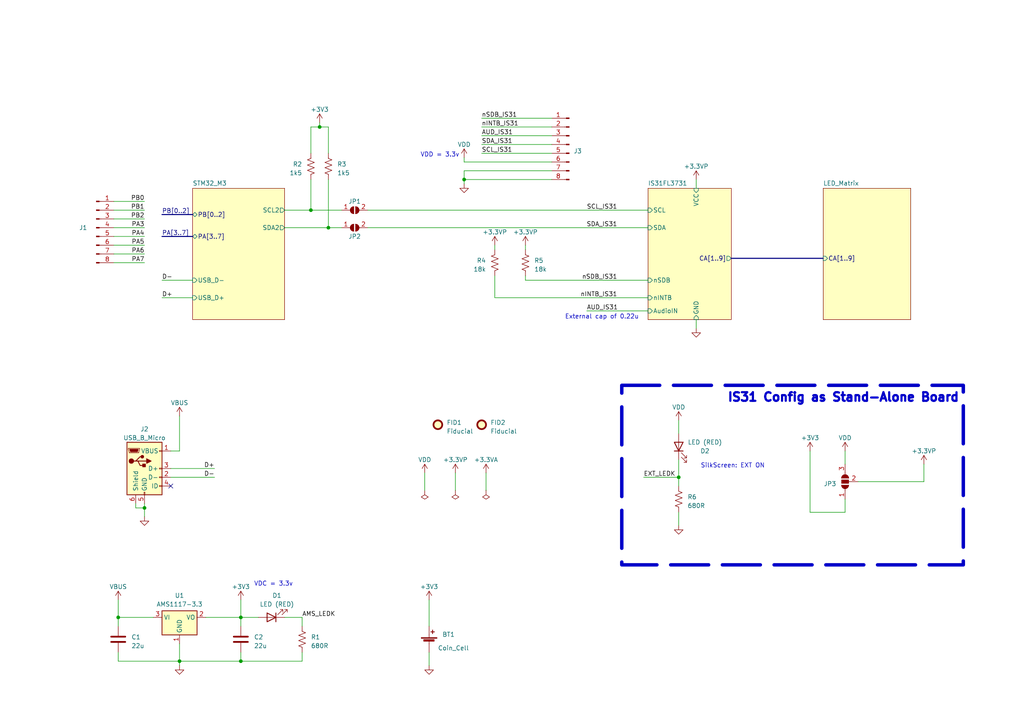
<source format=kicad_sch>
(kicad_sch (version 20230121) (generator eeschema)
  (paper "A4")
  (lib_symbols
    (symbol "+3.3VA_1" (power) (pin_names (offset 0))
      (property "Value" "+3.3VA_1" (at 0 3.556 0))
      (symbol "+3.3VA_1_0_1"
        (polyline (pts (xy -0.762 1.27) (xy 0 2.54)))
        (polyline (pts (xy 0 0) (xy 0 2.54)))
        (polyline (pts (xy 0 2.54) (xy 0.762 1.27)))
      )
      (symbol "+3.3VA_1_1_1"
        (pin power_in line (at 0 0 90) (length 0) hide (name "+3.3VA") (number "1"))
      )
    )
    (symbol "Connector:Conn_01x08_Pin" (pin_names (offset 1.016) hide)
      (property "Reference" "J" (at 0 10.16 0))
      (property "Value" "Conn_01x08_Pin" (at 0 -12.7 0))
      (symbol "Conn_01x08_Pin_1_1"
        (polyline (pts (xy 1.27 -10.16) (xy 0.8636 -10.16)) (stroke (width 0.1524)))
        (polyline (pts (xy 1.27 -7.62) (xy 0.8636 -7.62)) (stroke (width 0.1524)))
        (polyline (pts (xy 1.27 -5.08) (xy 0.8636 -5.08)) (stroke (width 0.1524)))
        (polyline (pts (xy 1.27 -2.54) (xy 0.8636 -2.54)) (stroke (width 0.1524)))
        (polyline (pts (xy 1.27 0) (xy 0.8636 0)) (stroke (width 0.1524)))
        (polyline (pts (xy 1.27 2.54) (xy 0.8636 2.54)) (stroke (width 0.1524)))
        (polyline (pts (xy 1.27 5.08) (xy 0.8636 5.08)) (stroke (width 0.1524)))
        (polyline (pts (xy 1.27 7.62) (xy 0.8636 7.62)) (stroke (width 0.1524)))
        (rectangle (start 0.8636 -10.033) (end 0 -10.287) (stroke (width 0.1524)) (fill (type outline)))
        (rectangle (start 0.8636 -7.493) (end 0 -7.747) (stroke (width 0.1524)) (fill (type outline)))
        (rectangle (start 0.8636 -4.953) (end 0 -5.207) (stroke (width 0.1524)) (fill (type outline)))
        (rectangle (start 0.8636 -2.413) (end 0 -2.667) (stroke (width 0.1524)) (fill (type outline)))
        (rectangle (start 0.8636 0.127) (end 0 -0.127) (stroke (width 0.1524)) (fill (type outline)))
        (rectangle (start 0.8636 2.667) (end 0 2.413) (stroke (width 0.1524)) (fill (type outline)))
        (rectangle (start 0.8636 5.207) (end 0 4.953) (stroke (width 0.1524)) (fill (type outline)))
        (rectangle (start 0.8636 7.747) (end 0 7.493) (stroke (width 0.1524)) (fill (type outline)))
        (pin passive line (at 5.08 7.62 180) (length 3.81) (name "Pin_1") (number "1"))
        (pin passive line (at 5.08 5.08 180) (length 3.81) (name "Pin_2") (number "2"))
        (pin passive line (at 5.08 2.54 180) (length 3.81) (name "Pin_3") (number "3"))
        (pin passive line (at 5.08 0 180) (length 3.81) (name "Pin_4") (number "4"))
        (pin passive line (at 5.08 -2.54 180) (length 3.81) (name "Pin_5") (number "5"))
        (pin passive line (at 5.08 -5.08 180) (length 3.81) (name "Pin_6") (number "6"))
        (pin passive line (at 5.08 -7.62 180) (length 3.81) (name "Pin_7") (number "7"))
        (pin passive line (at 5.08 -10.16 180) (length 3.81) (name "Pin_8") (number "8"))
      )
    )
    (symbol "Connector:USB_B_Micro" (pin_names (offset 1.016))
      (property "Reference" "J" (at -5.08 11.43 0))
      (property "Value" "USB_B_Micro" (at -5.08 8.89 0))
      (symbol "USB_B_Micro_0_1"
        (rectangle (start -5.08 -7.62) (end 5.08 7.62) (stroke (width 0.254)) (fill (type background)))
        (circle (center -3.81 2.159) (radius 0.635) (stroke (width 0.254)) (fill (type outline)))
        (circle (center -0.635 3.429) (radius 0.381) (stroke (width 0.254)) (fill (type outline)))
        (rectangle (start -0.127 -7.62) (end 0.127 -6.858))
        (polyline (pts (xy -1.905 2.159) (xy 0.635 2.159)) (stroke (width 0.254)))
        (polyline (pts (xy -3.175 2.159) (xy -2.54 2.159) (xy -1.27 3.429) (xy -0.635 3.429)) (stroke (width 0.254)))
        (polyline (pts (xy -2.54 2.159) (xy -1.905 2.159) (xy -1.27 0.889) (xy 0 0.889)) (stroke (width 0.254)))
        (polyline (pts (xy 0.635 2.794) (xy 0.635 1.524) (xy 1.905 2.159) (xy 0.635 2.794)) (stroke (width 0.254)) (fill (type outline)))
        (polyline (pts (xy -4.318 5.588) (xy -1.778 5.588) (xy -2.032 4.826) (xy -4.064 4.826) (xy -4.318 5.588)) (fill (type outline)))
        (polyline (pts (xy -4.699 5.842) (xy -4.699 5.588) (xy -4.445 4.826) (xy -4.445 4.572) (xy -1.651 4.572) (xy -1.651 4.826) (xy -1.397 5.588) (xy -1.397 5.842) (xy -4.699 5.842)))
        (rectangle (start 0.254 1.27) (end -0.508 0.508) (stroke (width 0.254)) (fill (type outline)))
        (rectangle (start 5.08 -5.207) (end 4.318 -4.953))
        (rectangle (start 5.08 -2.667) (end 4.318 -2.413))
        (rectangle (start 5.08 -0.127) (end 4.318 0.127))
        (rectangle (start 5.08 4.953) (end 4.318 5.207))
      )
      (symbol "USB_B_Micro_1_1"
        (pin power_out line (at 7.62 5.08 180) (length 2.54) (name "VBUS") (number "1"))
        (pin bidirectional line (at 7.62 -2.54 180) (length 2.54) (name "D-") (number "2"))
        (pin bidirectional line (at 7.62 0 180) (length 2.54) (name "D+") (number "3"))
        (pin passive line (at 7.62 -5.08 180) (length 2.54) (name "ID") (number "4"))
        (pin power_out line (at 0 -10.16 90) (length 2.54) (name "GND") (number "5"))
        (pin passive line (at -2.54 -10.16 90) (length 2.54) (name "Shield") (number "6"))
      )
    )
    (symbol "Device:Battery_Cell" (pin_numbers hide) (pin_names (offset 0) hide)
      (property "Reference" "BT" (at 2.54 2.54 0))
      (property "Value" "Battery_Cell" (at 2.54 0 0))
      (symbol "Battery_Cell_0_1"
        (rectangle (start -2.286 1.778) (end 2.286 1.524) (fill (type outline)))
        (rectangle (start -1.5748 1.1938) (end 1.4732 0.6858) (fill (type outline)))
        (polyline (pts (xy 0 0.762) (xy 0 0)))
        (polyline (pts (xy 0 1.778) (xy 0 2.54)))
        (polyline (pts (xy 0.508 3.429) (xy 1.524 3.429)) (stroke (width 0.254)))
        (polyline (pts (xy 1.016 3.937) (xy 1.016 2.921)) (stroke (width 0.254)))
      )
      (symbol "Battery_Cell_1_1"
        (pin passive line (at 0 5.08 270) (length 2.54) (name "+") (number "1"))
        (pin passive line (at 0 -2.54 90) (length 2.54) (name "-") (number "2"))
      )
    )
    (symbol "Device:C" (pin_numbers hide) (pin_names (offset 0.254))
      (property "Reference" "C" (at 0.635 2.54 0))
      (property "Value" "C" (at 0.635 -2.54 0))
      (symbol "C_0_1"
        (polyline (pts (xy -2.032 -0.762) (xy 2.032 -0.762)) (stroke (width 0.508)))
        (polyline (pts (xy -2.032 0.762) (xy 2.032 0.762)) (stroke (width 0.508)))
      )
      (symbol "C_1_1"
        (pin passive line (at 0 3.81 270) (length 2.794) (name "~") (number "1"))
        (pin passive line (at 0 -3.81 90) (length 2.794) (name "~") (number "2"))
      )
    )
    (symbol "Device:LED" (pin_numbers hide) (pin_names (offset 1.016) hide)
      (property "Reference" "D" (at 0 2.54 0))
      (property "Value" "LED" (at 0 -2.54 0))
      (symbol "LED_0_1"
        (polyline (pts (xy -1.27 -1.27) (xy -1.27 1.27)) (stroke (width 0.254)))
        (polyline (pts (xy -1.27 0) (xy 1.27 0)))
        (polyline (pts (xy 1.27 -1.27) (xy 1.27 1.27) (xy -1.27 0) (xy 1.27 -1.27)) (stroke (width 0.254)))
        (polyline (pts (xy -3.048 -0.762) (xy -4.572 -2.286) (xy -3.81 -2.286) (xy -4.572 -2.286) (xy -4.572 -1.524)))
        (polyline (pts (xy -1.778 -0.762) (xy -3.302 -2.286) (xy -2.54 -2.286) (xy -3.302 -2.286) (xy -3.302 -1.524)))
      )
      (symbol "LED_1_1"
        (pin passive line (at -3.81 0 0) (length 2.54) (name "K") (number "1"))
        (pin passive line (at 3.81 0 180) (length 2.54) (name "A") (number "2"))
      )
    )
    (symbol "Device:R_US" (pin_numbers hide) (pin_names (offset 0))
      (property "Reference" "R" (at 2.54 0 90))
      (property "Value" "R_US" (at -2.54 0 90))
      (symbol "R_US_0_1"
        (polyline (pts (xy 0 -2.286) (xy 0 -2.54)))
        (polyline (pts (xy 0 2.286) (xy 0 2.54)))
        (polyline (pts (xy 0 -0.762) (xy 1.016 -1.143) (xy 0 -1.524) (xy -1.016 -1.905) (xy 0 -2.286)))
        (polyline (pts (xy 0 0.762) (xy 1.016 0.381) (xy 0 0) (xy -1.016 -0.381) (xy 0 -0.762)))
        (polyline (pts (xy 0 2.286) (xy 1.016 1.905) (xy 0 1.524) (xy -1.016 1.143) (xy 0 0.762)))
      )
      (symbol "R_US_1_1"
        (pin passive line (at 0 3.81 270) (length 1.27) (name "~") (number "1"))
        (pin passive line (at 0 -3.81 90) (length 1.27) (name "~") (number "2"))
      )
    )
    (symbol "Jumper:SolderJumper_2_Open" (pin_names (offset 0) hide)
      (property "Reference" "JP" (at 0 2.032 0))
      (property "Value" "SolderJumper_2_Open" (at 0 -2.54 0))
      (symbol "SolderJumper_2_Open_0_1"
        (arc (start -0.254 1.016) (mid -1.2656 0) (end -0.254 -1.016))
        (arc (start -0.254 1.016) (mid -1.2656 0) (end -0.254 -1.016) (fill (type outline)))
        (polyline (pts (xy -0.254 1.016) (xy -0.254 -1.016)))
        (polyline (pts (xy 0.254 1.016) (xy 0.254 -1.016)))
        (arc (start 0.254 -1.016) (mid 1.2656 0) (end 0.254 1.016))
        (arc (start 0.254 -1.016) (mid 1.2656 0) (end 0.254 1.016) (fill (type outline)))
      )
      (symbol "SolderJumper_2_Open_1_1"
        (pin passive line (at -3.81 0 0) (length 2.54) (name "A") (number "1"))
        (pin passive line (at 3.81 0 180) (length 2.54) (name "B") (number "2"))
      )
    )
    (symbol "Jumper:SolderJumper_3_Open" (pin_names (offset 0) hide)
      (property "Reference" "JP" (at -2.54 -2.54 0))
      (property "Value" "SolderJumper_3_Open" (at 0 2.794 0))
      (symbol "SolderJumper_3_Open_0_1"
        (arc (start -1.016 1.016) (mid -2.0276 0) (end -1.016 -1.016))
        (arc (start -1.016 1.016) (mid -2.0276 0) (end -1.016 -1.016) (fill (type outline)))
        (rectangle (start -0.508 1.016) (end 0.508 -1.016) (fill (type outline)))
        (polyline (pts (xy -2.54 0) (xy -2.032 0)))
        (polyline (pts (xy -1.016 1.016) (xy -1.016 -1.016)))
        (polyline (pts (xy 0 -1.27) (xy 0 -1.016)))
        (polyline (pts (xy 1.016 1.016) (xy 1.016 -1.016)))
        (polyline (pts (xy 2.54 0) (xy 2.032 0)))
        (arc (start 1.016 -1.016) (mid 2.0276 0) (end 1.016 1.016))
        (arc (start 1.016 -1.016) (mid 2.0276 0) (end 1.016 1.016) (fill (type outline)))
      )
      (symbol "SolderJumper_3_Open_1_1"
        (pin passive line (at -5.08 0 0) (length 2.54) (name "A") (number "1"))
        (pin passive line (at 0 -3.81 90) (length 2.54) (name "C") (number "2"))
        (pin passive line (at 5.08 0 180) (length 2.54) (name "B") (number "3"))
      )
    )
    (symbol "Mechanical:Fiducial"
      (property "Reference" "FID" (at 0 5.08 0))
      (property "Value" "Fiducial" (at 0 3.175 0))
      (symbol "Fiducial_0_1"
        (circle (center 0 0) (radius 1.27) (stroke (width 0.508)) (fill (type background)))
      )
    )
    (symbol "Regulator_Linear:AMS1117-3.3"
      (property "Reference" "U" (at -3.81 3.175 0))
      (property "Value" "AMS1117-3.3" (at 0 3.175 0))
      (symbol "AMS1117-3.3_0_1"
        (rectangle (start -5.08 -5.08) (end 5.08 1.905) (stroke (width 0.254)) (fill (type background)))
      )
      (symbol "AMS1117-3.3_1_1"
        (pin power_in line (at 0 -7.62 90) (length 2.54) (name "GND") (number "1"))
        (pin power_out line (at 7.62 0 180) (length 2.54) (name "VO") (number "2"))
        (pin power_in line (at -7.62 0 0) (length 2.54) (name "VI") (number "3"))
      )
    )
    (symbol "power:+3.3VP" (power) (pin_names (offset 0))
      (property "Value" "+3.3VP" (at 0 2.54 0))
      (symbol "+3.3VP_0_0"
        (pin power_in line (at 0 0 90) (length 0) hide (name "+3.3VP") (number "1"))
      )
      (symbol "+3.3VP_0_1"
        (polyline (pts (xy -0.762 1.27) (xy 0 2.54)))
        (polyline (pts (xy 0 0) (xy 0 2.54)))
        (polyline (pts (xy 0 2.54) (xy 0.762 1.27)))
      )
    )
    (symbol "power:+3V3" (power) (pin_names (offset 0))
      (property "Value" "+3V3" (at 0 3.556 0))
      (symbol "+3V3_0_1"
        (polyline (pts (xy -0.762 1.27) (xy 0 2.54)))
        (polyline (pts (xy 0 0) (xy 0 2.54)))
        (polyline (pts (xy 0 2.54) (xy 0.762 1.27)))
      )
      (symbol "+3V3_1_1"
        (pin power_in line (at 0 0 90) (length 0) hide (name "+3V3") (number "1"))
      )
    )
    (symbol "power:GND" (power) (pin_names (offset 0))
      (property "Value" "GND" (at 0 -3.81 0))
      (symbol "GND_0_1"
        (polyline (pts (xy 0 0) (xy 0 -1.27) (xy 1.27 -1.27) (xy 0 -2.54) (xy -1.27 -1.27) (xy 0 -1.27)))
      )
      (symbol "GND_1_1"
        (pin power_in line (at 0 0 270) (length 0) hide (name "GND") (number "1"))
      )
    )
    (symbol "power:PWR_FLAG" (power) (pin_numbers hide) (pin_names (offset 0) hide)
      (property "Value" "PWR_FLAG" (at 0 3.81 0))
      (symbol "PWR_FLAG_0_0"
        (pin power_out line (at 0 0 90) (length 0) (name "pwr") (number "1"))
      )
      (symbol "PWR_FLAG_0_1"
        (polyline (pts (xy 0 0) (xy 0 1.27) (xy -1.016 1.905) (xy 0 2.54) (xy 1.016 1.905) (xy 0 1.27)))
      )
    )
    (symbol "power:VBUS" (power) (pin_names (offset 0))
      (property "Value" "VBUS" (at 0 3.81 0))
      (symbol "VBUS_0_1"
        (polyline (pts (xy -0.762 1.27) (xy 0 2.54)))
        (polyline (pts (xy 0 0) (xy 0 2.54)))
        (polyline (pts (xy 0 2.54) (xy 0.762 1.27)))
      )
      (symbol "VBUS_1_1"
        (pin power_in line (at 0 0 90) (length 0) hide (name "VBUS") (number "1"))
      )
    )
    (symbol "power:VDD" (power) (pin_names (offset 0))
      (property "Value" "VDD" (at 0 3.81 0))
      (symbol "VDD_0_1"
        (polyline (pts (xy -0.762 1.27) (xy 0 2.54)))
        (polyline (pts (xy 0 0) (xy 0 2.54)))
        (polyline (pts (xy 0 2.54) (xy 0.762 1.27)))
      )
      (symbol "VDD_1_1"
        (pin power_in line (at 0 0 90) (length 0) hide (name "VDD") (number "1"))
      )
    )
  )
  (junction (at 92.71 36.83))
  (junction (at 90.17 60.96))
  (junction (at 52.07 191.77))
  (junction (at 134.62 52.07))
  (junction (at 34.29 179.07))
  (junction (at 69.85 191.77))
  (junction (at 41.91 147.32))
  (junction (at 196.85 138.43))
  (junction (at 95.25 66.04))
  (junction (at 69.85 179.07))
  (no_connect (at 49.53 140.97))
  (wire (pts (xy 267.97 134.62) (xy 267.97 139.7)))
  (wire (pts (xy 95.25 52.07) (xy 95.25 66.04)))
  (wire (pts (xy 201.93 52.07) (xy 201.93 54.61)))
  (bus (pts (xy 46.99 68.58) (xy 55.88 68.58)))
  (wire (pts (xy 82.55 179.07) (xy 87.63 179.07)))
  (wire (pts (xy 34.29 173.99) (xy 34.29 179.07)))
  (wire (pts (xy 245.11 148.59) (xy 234.95 148.59)))
  (wire (pts (xy 143.51 71.12) (xy 143.51 72.39)))
  (wire (pts (xy 41.91 147.32) (xy 41.91 149.86)))
  (wire (pts (xy 39.37 146.05) (xy 39.37 147.32)))
  (wire (pts (xy 87.63 191.77) (xy 87.63 189.23)))
  (wire (pts (xy 134.62 49.53) (xy 134.62 52.07)))
  (wire (pts (xy 82.55 66.04) (xy 95.25 66.04)))
  (wire (pts (xy 46.99 86.36) (xy 55.88 86.36)))
  (wire (pts (xy 160.02 41.91) (xy 139.7 41.91)))
  (wire (pts (xy 124.46 173.99) (xy 124.46 181.61)))
  (wire (pts (xy 49.53 135.89) (xy 62.23 135.89)))
  (wire (pts (xy 248.92 139.7) (xy 267.97 139.7)))
  (wire (pts (xy 52.07 130.81) (xy 49.53 130.81)))
  (wire (pts (xy 160.02 34.29) (xy 139.7 34.29)))
  (bus (pts (xy 212.09 74.93) (xy 238.76 74.93)))
  (wire (pts (xy 41.91 66.04) (xy 33.02 66.04)))
  (wire (pts (xy 201.93 92.71) (xy 201.93 95.25)))
  (wire (pts (xy 69.85 173.99) (xy 69.85 179.07)))
  (wire (pts (xy 245.11 144.78) (xy 245.11 148.59)))
  (wire (pts (xy 34.29 179.07) (xy 44.45 179.07)))
  (wire (pts (xy 90.17 60.96) (xy 99.06 60.96)))
  (wire (pts (xy 41.91 73.66) (xy 33.02 73.66)))
  (wire (pts (xy 160.02 44.45) (xy 139.7 44.45)))
  (wire (pts (xy 170.18 90.17) (xy 187.96 90.17)))
  (wire (pts (xy 95.25 36.83) (xy 95.25 44.45)))
  (wire (pts (xy 196.85 133.35) (xy 196.85 138.43)))
  (wire (pts (xy 52.07 191.77) (xy 52.07 193.04)))
  (wire (pts (xy 132.08 137.16) (xy 132.08 142.24)))
  (wire (pts (xy 41.91 68.58) (xy 33.02 68.58)))
  (wire (pts (xy 134.62 46.99) (xy 160.02 46.99)))
  (bus (pts (xy 46.99 62.23) (xy 55.88 62.23)))
  (wire (pts (xy 69.85 179.07) (xy 59.69 179.07)))
  (wire (pts (xy 152.4 71.12) (xy 152.4 72.39)))
  (wire (pts (xy 41.91 71.12) (xy 33.02 71.12)))
  (wire (pts (xy 90.17 52.07) (xy 90.17 60.96)))
  (wire (pts (xy 245.11 130.81) (xy 245.11 134.62)))
  (wire (pts (xy 90.17 44.45) (xy 90.17 36.83)))
  (wire (pts (xy 124.46 189.23) (xy 124.46 193.04)))
  (wire (pts (xy 90.17 36.83) (xy 92.71 36.83)))
  (wire (pts (xy 34.29 191.77) (xy 52.07 191.77)))
  (wire (pts (xy 160.02 49.53) (xy 134.62 49.53)))
  (wire (pts (xy 69.85 191.77) (xy 69.85 189.23)))
  (wire (pts (xy 123.19 142.24) (xy 123.19 137.16)))
  (wire (pts (xy 92.71 35.56) (xy 92.71 36.83)))
  (wire (pts (xy 82.55 60.96) (xy 90.17 60.96)))
  (wire (pts (xy 52.07 191.77) (xy 69.85 191.77)))
  (wire (pts (xy 143.51 86.36) (xy 187.96 86.36)))
  (wire (pts (xy 134.62 52.07) (xy 160.02 52.07)))
  (wire (pts (xy 143.51 80.01) (xy 143.51 86.36)))
  (wire (pts (xy 87.63 179.07) (xy 87.63 181.61)))
  (wire (pts (xy 186.69 138.43) (xy 196.85 138.43)))
  (wire (pts (xy 69.85 191.77) (xy 87.63 191.77)))
  (wire (pts (xy 196.85 138.43) (xy 196.85 140.97)))
  (wire (pts (xy 49.53 138.43) (xy 62.23 138.43)))
  (wire (pts (xy 160.02 36.83) (xy 139.7 36.83)))
  (wire (pts (xy 52.07 186.69) (xy 52.07 191.77)))
  (wire (pts (xy 33.02 60.96) (xy 41.91 60.96)))
  (wire (pts (xy 106.68 66.04) (xy 187.96 66.04)))
  (wire (pts (xy 160.02 39.37) (xy 139.7 39.37)))
  (wire (pts (xy 52.07 120.65) (xy 52.07 130.81)))
  (wire (pts (xy 134.62 53.34) (xy 134.62 52.07)))
  (wire (pts (xy 152.4 80.01) (xy 152.4 81.28)))
  (wire (pts (xy 92.71 36.83) (xy 95.25 36.83)))
  (wire (pts (xy 34.29 179.07) (xy 34.29 181.61)))
  (wire (pts (xy 41.91 146.05) (xy 41.91 147.32)))
  (wire (pts (xy 46.99 81.28) (xy 55.88 81.28)))
  (wire (pts (xy 196.85 121.92) (xy 196.85 125.73)))
  (wire (pts (xy 134.62 46.99) (xy 134.62 45.72)))
  (wire (pts (xy 152.4 81.28) (xy 187.96 81.28)))
  (wire (pts (xy 196.85 152.4) (xy 196.85 148.59)))
  (wire (pts (xy 41.91 58.42) (xy 33.02 58.42)))
  (wire (pts (xy 234.95 130.81) (xy 234.95 148.59)))
  (wire (pts (xy 140.97 142.24) (xy 140.97 137.16)))
  (wire (pts (xy 69.85 179.07) (xy 69.85 181.61)))
  (wire (pts (xy 69.85 179.07) (xy 74.93 179.07)))
  (wire (pts (xy 33.02 63.5) (xy 41.91 63.5)))
  (wire (pts (xy 34.29 191.77) (xy 34.29 189.23)))
  (wire (pts (xy 95.25 66.04) (xy 99.06 66.04)))
  (wire (pts (xy 106.68 60.96) (xy 187.96 60.96)))
  (wire (pts (xy 41.91 76.2) (xy 33.02 76.2)))
  (wire (pts (xy 39.37 147.32) (xy 41.91 147.32)))
  (rectangle (start 180.34 111.76) (end 279.4 163.83) (stroke (width 1) (type dash)))
  (text "VDD = 3.3v\n" (at 121.92 45.72 0) (effects (font (size 1.27 1.27)) (justify left bottom)))
  (text "External cap of 0.22u" (at 163.83 92.71 0) (effects (font (size 1.27 1.27)) (justify left bottom)))
  (text "VDC = 3.3v\n" (at 73.66 170.18 0) (effects (font (size 1.27 1.27)) (justify left bottom)))
  (text "SilkScreen: EXT ON" (at 203.2 135.89 0) (effects (font (size 1.27 1.27)) (justify left bottom)))
  (text "IS31 Config as Stand-Alone Board\n" (at 210.82 116.84 0) (effects (font (size 2.5 2.5) (thickness 0.8) bold) (justify left bottom)))
  (label "D-" (at 46.99 81.28 0))
  (label "D+" (at 62.23 135.89 180))
  (label "SCL_IS31" (at 179.07 60.96 180))
  (label "SCL_IS31" (at 139.7 44.45 0))
  (label "nSDB_IS31" (at 139.7 34.29 0))
  (label "PB[0..2]" (at 46.99 62.23 0))
  (label "nSDB_IS31" (at 179.07 81.28 180))
  (label "PA4" (at 41.91 68.58 180))
  (label "AMS_LEDK" (at 87.63 179.07 0))
  (label "AUD_IS31" (at 170.18 90.17 0))
  (label "SDA_IS31" (at 179.07 66.04 180))
  (label "PA5" (at 41.91 71.12 180))
  (label "PB1" (at 41.91 60.96 180))
  (label "nINTB_IS31" (at 179.07 86.36 180))
  (label "PA6" (at 41.91 73.66 180))
  (label "AUD_IS31" (at 139.7 39.37 0))
  (label "PA[3..7]" (at 46.99 68.58 0))
  (label "PA7" (at 41.91 76.2 180))
  (label "SDA_IS31" (at 139.7 41.91 0))
  (label "PA3" (at 41.91 66.04 180))
  (label "PB2" (at 41.91 63.5 180))
  (label "D-" (at 62.23 138.43 180))
  (label "EXT_LEDK" (at 186.69 138.43 0))
  (label "D+" (at 46.99 86.36 0))
  (label "PB0" (at 41.91 58.42 180))
  (label "nINTB_IS31" (at 139.7 36.83 0))
  (symbol (lib_id "power:VDD") (at 245.11 130.81 0) (unit 1)
    (property "Reference" "#PWR021" (effects hide))
    (property "Value" "VDD" (at 245.11 127 0))
  )
  (symbol (lib_id "Device:C") (at 69.85 185.42 0) (unit 1)
    (property "Reference" "C2" (at 73.66 184.785 0) (effects (justify left)))
    (property "Value" "22u" (at 73.66 187.325 0) (effects (justify left)))
    (property "Footprint" "Capacitor_SMD:C_0805_2012Metric" (effects hide))
  )
  (symbol (lib_id "Jumper:SolderJumper_3_Open") (at 245.11 139.7 90) (unit 1)
    (property "Reference" "JP3" (at 242.57 140.335 90) (effects (justify left)))
    (property "Value" "SolderJumper_3_Open" (effects hide))
    (property "Footprint" "Jumper:SolderJumper-3_P2.0mm_Open_TrianglePad1.0x1.5mm_NumberLabels" (effects hide))
  )
  (symbol (lib_id "Device:R_US") (at 87.63 185.42 180) (unit 1)
    (property "Reference" "R1" (at 90.17 184.785 0) (effects (justify right)))
    (property "Value" "680R" (at 90.17 187.325 0) (effects (justify right)))
    (property "Footprint" "Resistor_SMD:R_0603_1608Metric" (effects hide))
  )
  (symbol (lib_id "power:GND") (at 134.62 53.34 0) (unit 1)
    (property "Reference" "#PWR012" (effects hide))
    (property "Value" "GND" (effects hide))
  )
  (symbol (lib_id "power:+3V3") (at 92.71 35.56 0) (unit 1)
    (property "Reference" "#PWR06" (effects hide))
    (property "Value" "+3V3" (at 92.71 31.75 0))
  )
  (symbol (lib_id "Mechanical:Fiducial") (at 127 123.19 0) (unit 1) (in_bom no)
    (property "Reference" "FID1" (at 129.54 122.555 0) (effects (justify left)))
    (property "Value" "Fiducial" (at 129.54 125.095 0) (effects (justify left)))
    (property "Footprint" "Fiducial:Fiducial_0.75mm_Mask1.5mm" (effects hide))
  )
  (symbol (lib_id "Connector:Conn_01x08_Pin") (at 165.1 41.91 0) (mirror y) (unit 1) (in_bom no)
    (property "Reference" "J3" (at 166.37 43.815 0) (effects (justify right)))
    (property "Value" "Conn_01x08_Pin" (effects hide))
    (property "Footprint" "Connector_PinHeader_2.54mm:PinHeader_1x08_P2.54mm_Vertical" (effects hide))
  )
  (symbol (lib_id "power:GND") (at 52.07 193.04 0) (unit 1)
    (property "Reference" "#PWR04" (effects hide))
    (property "Value" "GND" (effects hide))
  )
  (symbol (lib_id "power:+3.3VP") (at 152.4 71.12 0) (unit 1)
    (property "Reference" "#PWR015" (effects hide))
    (property "Value" "+3.3VP" (at 152.4 67.31 0))
  )
  (symbol (lib_id "power:GND") (at 124.46 193.04 0) (unit 1)
    (property "Reference" "#PWR09" (effects hide))
    (property "Value" "GND" (effects hide))
  )
  (symbol (lib_id "power:GND") (at 196.85 152.4 0) (unit 1)
    (property "Reference" "#PWR017" (effects hide))
    (property "Value" "GND" (effects hide))
  )
  (symbol (lib_id "Device:R_US") (at 196.85 144.78 180) (unit 1)
    (property "Reference" "R6" (at 199.39 144.145 0) (effects (justify right)))
    (property "Value" "680R" (at 199.39 146.685 0) (effects (justify right)))
    (property "Footprint" "Resistor_SMD:R_0603_1608Metric" (effects hide))
  )
  (symbol (lib_id "power:+3V3") (at 69.85 173.99 0) (unit 1)
    (property "Reference" "#PWR05" (effects hide))
    (property "Value" "+3V3" (at 69.85 170.18 0))
  )
  (symbol (lib_id "Device:LED") (at 196.85 129.54 90) (unit 1)
    (property "Reference" "D2" (at 204.47 130.81 90))
    (property "Value" "LED (RED)" (at 204.47 128.27 90))
    (property "Footprint" "LED_SMD:LED_0603_1608Metric" (effects hide))
  )
  (symbol (lib_id "power:GND") (at 201.93 95.25 0) (unit 1)
    (property "Reference" "#PWR019" (effects hide))
    (property "Value" "GND" (effects hide))
  )
  (symbol (lib_id "power:VDD") (at 134.62 45.72 0) (unit 1)
    (property "Reference" "#PWR011" (effects hide))
    (property "Value" "VDD" (at 134.62 41.91 0))
  )
  (symbol (lib_id "power:GND") (at 41.91 149.86 0) (unit 1)
    (property "Reference" "#PWR02" (effects hide))
    (property "Value" "GND" (effects hide))
  )
  (symbol (lib_name "+3.3VA_1") (lib_id "power:+3.3VA") (at 140.97 137.16 0) (unit 1)
    (property "Reference" "#PWR013" (effects hide))
    (property "Value" "+3.3VA" (at 140.97 133.35 0))
  )
  (symbol (lib_id "Device:R_US") (at 90.17 48.26 0) (mirror y) (unit 1)
    (property "Reference" "R2" (at 87.63 47.625 0) (effects (justify left)))
    (property "Value" "1k5" (at 87.63 50.165 0) (effects (justify left)))
    (property "Footprint" "Resistor_SMD:R_0603_1608Metric" (effects hide))
  )
  (symbol (lib_id "Device:LED") (at 78.74 179.07 180) (unit 1)
    (property "Reference" "D1" (at 80.3275 172.72 0))
    (property "Value" "LED (RED)" (at 80.3275 175.26 0))
    (property "Footprint" "LED_SMD:LED_0603_1608Metric" (effects hide))
  )
  (symbol (lib_id "power:+3.3VP") (at 132.08 137.16 0) (unit 1)
    (property "Reference" "#PWR010" (effects hide))
    (property "Value" "+3.3VP" (at 132.08 133.35 0))
  )
  (symbol (lib_id "Jumper:SolderJumper_2_Open") (at 102.87 60.96 0) (unit 1)
    (property "Reference" "JP1" (at 102.87 58.42 0))
    (property "Value" "SolderJumper_2_Open" (effects hide))
    (property "Footprint" "Jumper:SolderJumper-2_P1.3mm_Open_RoundedPad1.0x1.5mm" (effects hide))
  )
  (symbol (lib_id "Jumper:SolderJumper_2_Open") (at 102.87 66.04 0) (mirror x) (unit 1)
    (property "Reference" "JP2" (at 102.87 68.58 0))
    (property "Value" "SolderJumper_2_Open" (effects hide))
    (property "Footprint" "Jumper:SolderJumper-2_P1.3mm_Open_RoundedPad1.0x1.5mm" (effects hide))
  )
  (symbol (lib_id "power:PWR_FLAG") (at 140.97 142.24 180) (unit 1)
    (property "Reference" "#FLG03" (effects hide))
    (property "Value" "PWR_FLAG" (effects hide))
  )
  (symbol (lib_id "power:+3.3VP") (at 201.93 52.07 0) (unit 1)
    (property "Reference" "#PWR018" (effects hide))
    (property "Value" "+3.3VP" (at 201.93 48.26 0))
  )
  (symbol (lib_id "power:+3V3") (at 234.95 130.81 0) (unit 1)
    (property "Reference" "#PWR020" (effects hide))
    (property "Value" "+3V3" (at 234.95 127 0))
  )
  (symbol (lib_id "Device:Battery_Cell") (at 124.46 186.69 0) (unit 1) (in_bom no)
    (property "Reference" "BT1" (at 128.27 184.023 0) (effects (justify left)))
    (property "Value" "Coin_Cell" (at 127 187.96 0) (effects (justify left)))
    (property "Footprint" "Battery:BatteryHolder_Keystone_3002_1x2032" (effects hide))
  )
  (symbol (lib_id "Connector:Conn_01x08_Pin") (at 27.94 66.04 0) (unit 1) (in_bom no)
    (property "Reference" "J1" (at 24.13 66.04 0))
    (property "Value" "Conn_01x08_Pin" (effects hide))
    (property "Footprint" "Connector_PinHeader_2.54mm:PinHeader_1x08_P2.54mm_Vertical" (effects hide))
  )
  (symbol (lib_id "Mechanical:Fiducial") (at 139.7 123.19 0) (unit 1) (in_bom no)
    (property "Reference" "FID2" (at 142.24 122.555 0) (effects (justify left)))
    (property "Value" "Fiducial" (at 142.24 125.095 0) (effects (justify left)))
    (property "Footprint" "Fiducial:Fiducial_0.75mm_Mask1.5mm" (effects hide))
  )
  (symbol (lib_id "power:+3.3VP") (at 267.97 134.62 0) (unit 1)
    (property "Reference" "#PWR022" (effects hide))
    (property "Value" "+3.3VP" (at 267.97 130.81 0))
  )
  (symbol (lib_id "Device:R_US") (at 95.25 48.26 0) (unit 1)
    (property "Reference" "R3" (at 97.79 47.625 0) (effects (justify left)))
    (property "Value" "1k5" (at 97.79 50.165 0) (effects (justify left)))
    (property "Footprint" "Resistor_SMD:R_0603_1608Metric" (effects hide))
  )
  (symbol (lib_id "power:VDD") (at 123.19 137.16 0) (unit 1)
    (property "Reference" "#PWR07" (effects hide))
    (property "Value" "VDD" (at 123.19 133.35 0))
  )
  (symbol (lib_id "Device:R_US") (at 143.51 76.2 0) (mirror y) (unit 1)
    (property "Reference" "R4" (at 140.97 75.565 0) (effects (justify left)))
    (property "Value" "18k" (at 140.97 78.105 0) (effects (justify left)))
    (property "Footprint" "Resistor_SMD:R_0603_1608Metric" (effects hide))
  )
  (symbol (lib_id "power:PWR_FLAG") (at 132.08 142.24 0) (mirror x) (unit 1)
    (property "Reference" "#FLG02" (effects hide))
    (property "Value" "PWR_FLAG" (effects hide))
  )
  (symbol (lib_id "Regulator_Linear:AMS1117-3.3") (at 52.07 179.07 0) (unit 1)
    (property "Reference" "U1" (at 52.07 172.72 0))
    (property "Value" "AMS1117-3.3" (at 52.07 175.26 0))
    (property "Footprint" "Package_TO_SOT_SMD:SOT-223-3_TabPin2" (effects hide))
    (property "Datasheet" "http://www.advanced-monolithic.com/pdf/ds1117.pdf" (effects hide))
    (property "LCSC Part #" "C2992570" (effects hide))
    (property "Mfr. Part #" "AMS1117-3.3" (effects hide))
  )
  (symbol (lib_id "power:+3V3") (at 124.46 173.99 0) (unit 1)
    (property "Reference" "#PWR08" (effects hide))
    (property "Value" "+3V3" (at 124.46 170.18 0))
  )
  (symbol (lib_id "power:+3.3VP") (at 143.51 71.12 0) (unit 1)
    (property "Reference" "#PWR014" (effects hide))
    (property "Value" "+3.3VP" (at 143.51 67.31 0))
  )
  (symbol (lib_id "Connector:USB_B_Micro") (at 41.91 135.89 0) (unit 1)
    (property "Reference" "J2" (at 41.91 124.46 0))
    (property "Value" "USB_B_Micro" (at 41.91 127 0))
    (property "Footprint" "Connector_USB:USB_Micro-B_Amphenol_10104110_Horizontal" (effects hide))
    (property "LCSC Part #" "C2972784" (effects hide))
    (property "Mfr. Part #" "10118192-0002LF" (effects hide))
  )
  (symbol (lib_id "power:VBUS") (at 52.07 120.65 0) (unit 1)
    (property "Reference" "#PWR03" (effects hide))
    (property "Value" "VBUS" (at 52.07 116.84 0))
  )
  (symbol (lib_id "power:PWR_FLAG") (at 123.19 142.24 180) (unit 1)
    (property "Reference" "#FLG01" (effects hide))
    (property "Value" "PWR_FLAG" (effects hide))
  )
  (symbol (lib_id "Device:C") (at 34.29 185.42 0) (unit 1)
    (property "Reference" "C1" (at 38.1 184.785 0) (effects (justify left)))
    (property "Value" "22u" (at 38.1 187.325 0) (effects (justify left)))
    (property "Footprint" "Capacitor_SMD:C_0805_2012Metric" (effects hide))
  )
  (symbol (lib_id "power:VBUS") (at 34.29 173.99 0) (unit 1)
    (property "Reference" "#PWR01" (effects hide))
    (property "Value" "VBUS" (at 34.29 170.18 0))
  )
  (symbol (lib_id "power:VDD") (at 196.85 121.92 0) (unit 1)
    (property "Reference" "#PWR016" (effects hide))
    (property "Value" "VDD" (at 196.85 118.11 0))
  )
  (symbol (lib_id "Device:R_US") (at 152.4 76.2 0) (unit 1)
    (property "Reference" "R5" (at 154.94 75.565 0) (effects (justify left)))
    (property "Value" "18k" (at 154.94 78.105 0) (effects (justify left)))
    (property "Footprint" "Resistor_SMD:R_0603_1608Metric" (effects hide))
  )
  (sheet (at 187.96 54.61) (size 24.13 38.1) (stroke (width 0.1524)) (fill (color 255 255 194 1.0000))
    (property "Sheetname" "IS31FL3731" (at 187.96 53.8984 0) (effects (justify left bottom)))
    (property "Sheetfile" "IS31FL3731.kicad_sch" (effects hide))
    (pin "CA[1..9]" output (at 212.09 74.93 0))
    (pin "nINTB" input (at 187.96 86.36 180))
    (pin "SCL" input (at 187.96 60.96 180))
    (pin "SDA" input (at 187.96 66.04 180))
    (pin "AudioIN" input (at 187.96 90.17 180))
    (pin "nSDB" input (at 187.96 81.28 180))
    (pin "VCC" input (at 201.93 54.61 90))
    (pin "GND" input (at 201.93 92.71 270))
  )
  (sheet (at 238.76 54.61) (size 25.4 38.1) (stroke (width 0.1524)) (fill (color 255 255 194 1.0000))
    (property "Sheetname" "LED_Matrix" (at 238.76 53.8984 0) (effects (justify left bottom)))
    (property "Sheetfile" "LED_Matrix.kicad_sch" (effects hide))
    (pin "CA[1..9]" input (at 238.76 74.93 180))
  )
  (sheet (at 55.88 54.61) (size 26.67 38.1) (stroke (width 0.1524)) (fill (color 255 255 194 1.0000))
    (property "Sheetname" "STM32_M3" (at 55.88 53.8984 0) (effects (justify left bottom)))
    (property "Sheetfile" "STM32_M3.kicad_sch" (effects hide))
    (pin "USB_D-" input (at 55.88 81.28 180))
    (pin "USB_D+" input (at 55.88 86.36 180))
    (pin "SCL2" output (at 82.55 60.96 0))
    (pin "SDA2" output (at 82.55 66.04 0))
    (pin "PA[3..7]" bidirectional (at 55.88 68.58 180))
    (pin "PB[0..2]" bidirectional (at 55.88 62.23 180))
  )
)
</source>
